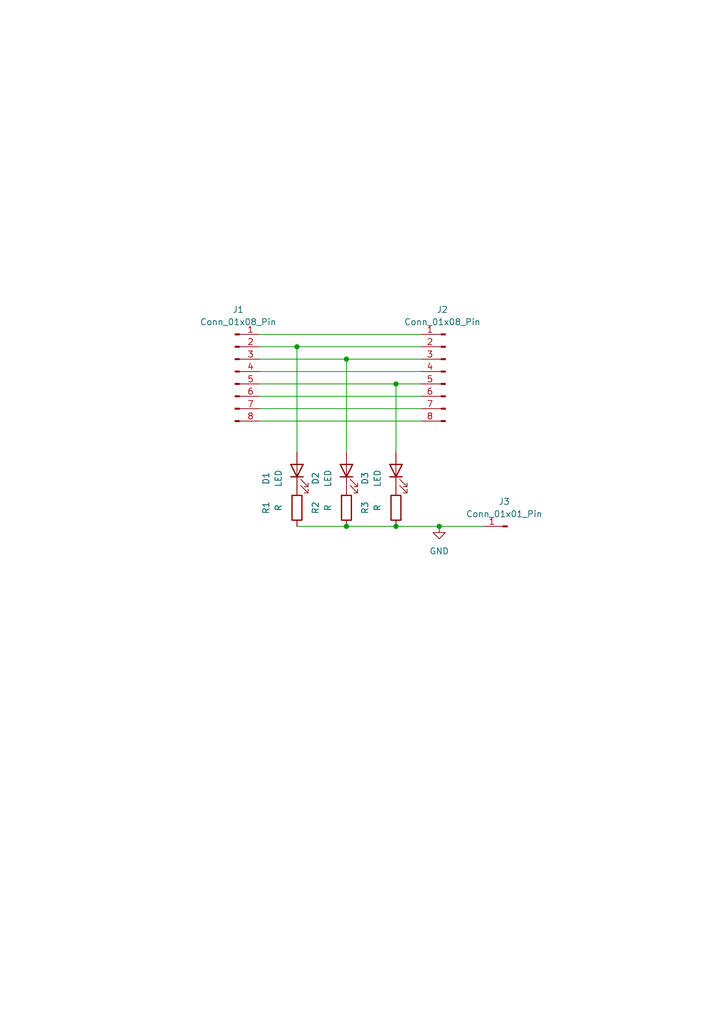
<source format=kicad_sch>
(kicad_sch (version 20231120) (generator "eeschema") (generator_version "8.0")
  (paper "A5" portrait)
  (title_block (title "Hall Tester (with passthrough)") (date "2025-01-04") (rev "1.0") (company "Saitis.net & engrenage.ch") (comment 1 "JCZD"))
  (lib_symbols
    (symbol "Connector:Conn_01x01_Pin" (pin_names (offset 1.016) hide)
      (property "Reference" "J" (at 0 2.54 0))
      (property "Value" "Conn_01x01_Pin" (at 0 -2.54 0))
      (symbol "Conn_01x01_Pin_1_1"
        (polyline (pts (xy 1.27 0) (xy 0.8636 0)) (stroke (width 0.1524)))
        (rectangle (start 0.8636 0.127) (end 0 -0.127) (stroke (width 0.1524)) (fill (type outline)))
        (pin passive line (at 5.08 0 180) (length 3.81) (name "Pin_1") (number "1"))
      )
    )
    (symbol "Connector:Conn_01x08_Pin" (pin_names (offset 1.016) hide)
      (property "Reference" "J" (at 0 10.16 0))
      (property "Value" "Conn_01x08_Pin" (at 0 -12.7 0))
      (symbol "Conn_01x08_Pin_1_1"
        (polyline (pts (xy 1.27 -10.16) (xy 0.8636 -10.16)) (stroke (width 0.1524)))
        (polyline (pts (xy 1.27 -7.62) (xy 0.8636 -7.62)) (stroke (width 0.1524)))
        (polyline (pts (xy 1.27 -5.08) (xy 0.8636 -5.08)) (stroke (width 0.1524)))
        (polyline (pts (xy 1.27 -2.54) (xy 0.8636 -2.54)) (stroke (width 0.1524)))
        (polyline (pts (xy 1.27 0) (xy 0.8636 0)) (stroke (width 0.1524)))
        (polyline (pts (xy 1.27 2.54) (xy 0.8636 2.54)) (stroke (width 0.1524)))
        (polyline (pts (xy 1.27 5.08) (xy 0.8636 5.08)) (stroke (width 0.1524)))
        (polyline (pts (xy 1.27 7.62) (xy 0.8636 7.62)) (stroke (width 0.1524)))
        (rectangle (start 0.8636 -10.033) (end 0 -10.287) (stroke (width 0.1524)) (fill (type outline)))
        (rectangle (start 0.8636 -7.493) (end 0 -7.747) (stroke (width 0.1524)) (fill (type outline)))
        (rectangle (start 0.8636 -4.953) (end 0 -5.207) (stroke (width 0.1524)) (fill (type outline)))
        (rectangle (start 0.8636 -2.413) (end 0 -2.667) (stroke (width 0.1524)) (fill (type outline)))
        (rectangle (start 0.8636 0.127) (end 0 -0.127) (stroke (width 0.1524)) (fill (type outline)))
        (rectangle (start 0.8636 2.667) (end 0 2.413) (stroke (width 0.1524)) (fill (type outline)))
        (rectangle (start 0.8636 5.207) (end 0 4.953) (stroke (width 0.1524)) (fill (type outline)))
        (rectangle (start 0.8636 7.747) (end 0 7.493) (stroke (width 0.1524)) (fill (type outline)))
        (pin passive line (at 5.08 7.62 180) (length 3.81) (name "Pin_1") (number "1"))
        (pin passive line (at 5.08 5.08 180) (length 3.81) (name "Pin_2") (number "2"))
        (pin passive line (at 5.08 2.54 180) (length 3.81) (name "Pin_3") (number "3"))
        (pin passive line (at 5.08 0 180) (length 3.81) (name "Pin_4") (number "4"))
        (pin passive line (at 5.08 -2.54 180) (length 3.81) (name "Pin_5") (number "5"))
        (pin passive line (at 5.08 -5.08 180) (length 3.81) (name "Pin_6") (number "6"))
        (pin passive line (at 5.08 -7.62 180) (length 3.81) (name "Pin_7") (number "7"))
        (pin passive line (at 5.08 -10.16 180) (length 3.81) (name "Pin_8") (number "8"))
      )
    )
    (symbol "Device:LED" (pin_numbers hide) (pin_names (offset 1.016) hide)
      (property "Reference" "D" (at 0 2.54 0))
      (property "Value" "LED" (at 0 -2.54 0))
      (symbol "LED_0_1"
        (polyline (pts (xy -1.27 -1.27) (xy -1.27 1.27)) (stroke (width 0.254)))
        (polyline (pts (xy -1.27 0) (xy 1.27 0)))
        (polyline (pts (xy 1.27 -1.27) (xy 1.27 1.27) (xy -1.27 0) (xy 1.27 -1.27)) (stroke (width 0.254)))
        (polyline (pts (xy -3.048 -0.762) (xy -4.572 -2.286) (xy -3.81 -2.286) (xy -4.572 -2.286) (xy -4.572 -1.524)))
        (polyline (pts (xy -1.778 -0.762) (xy -3.302 -2.286) (xy -2.54 -2.286) (xy -3.302 -2.286) (xy -3.302 -1.524)))
      )
      (symbol "LED_1_1"
        (pin passive line (at -3.81 0 0) (length 2.54) (name "K") (number "1"))
        (pin passive line (at 3.81 0 180) (length 2.54) (name "A") (number "2"))
      )
    )
    (symbol "Device:R" (pin_numbers hide) (pin_names (offset 0))
      (property "Reference" "R" (at 2.032 0 90))
      (property "Value" "R" (at 0 0 90))
      (symbol "R_0_1"
        (rectangle (start -1.016 -2.54) (end 1.016 2.54) (stroke (width 0.254)))
      )
      (symbol "R_1_1"
        (pin passive line (at 0 3.81 270) (length 1.27) (name "~") (number "1"))
        (pin passive line (at 0 -3.81 90) (length 1.27) (name "~") (number "2"))
      )
    )
    (symbol "power:GND" (power) (pin_numbers hide) (pin_names (offset 0) hide)
      (property "Value" "GND" (at 0 -3.81 0))
      (symbol "GND_0_1"
        (polyline (pts (xy 0 0) (xy 0 -1.27) (xy 1.27 -1.27) (xy 0 -2.54) (xy -1.27 -1.27) (xy 0 -1.27)))
      )
      (symbol "GND_1_1"
        (pin power_in line (at 0 0 270) (length 0) (name "~") (number "1"))
      )
    )
  )
  (junction (at 81.28 107.95))
  (junction (at 71.12 107.95))
  (junction (at 60.96 71.12))
  (junction (at 71.12 73.66))
  (junction (at 81.28 78.74))
  (junction (at 90.17 107.95))
  (wire (pts (xy 60.96 71.12) (xy 60.96 92.71)))
  (wire (pts (xy 81.28 78.74) (xy 86.36 78.74)))
  (wire (pts (xy 71.12 73.66) (xy 86.36 73.66)))
  (wire (pts (xy 53.34 73.66) (xy 71.12 73.66)))
  (wire (pts (xy 53.34 78.74) (xy 81.28 78.74)))
  (wire (pts (xy 60.96 107.95) (xy 71.12 107.95)))
  (wire (pts (xy 81.28 107.95) (xy 90.17 107.95)))
  (wire (pts (xy 53.34 83.82) (xy 86.36 83.82)))
  (wire (pts (xy 53.34 81.28) (xy 86.36 81.28)))
  (wire (pts (xy 53.34 68.58) (xy 86.36 68.58)))
  (wire (pts (xy 71.12 73.66) (xy 71.12 92.71)))
  (wire (pts (xy 53.34 71.12) (xy 60.96 71.12)))
  (wire (pts (xy 71.12 107.95) (xy 81.28 107.95)))
  (wire (pts (xy 53.34 86.36) (xy 86.36 86.36)))
  (wire (pts (xy 60.96 71.12) (xy 86.36 71.12)))
  (wire (pts (xy 90.17 107.95) (xy 99.06 107.95)))
  (wire (pts (xy 53.34 76.2) (xy 86.36 76.2)))
  (wire (pts (xy 81.28 78.74) (xy 81.28 92.71)))
  (symbol (lib_id "Device:LED") (at 81.28 96.52 90) (unit 1)
    (property "Reference" "D3" (at 74.93 98.1075 0))
    (property "Value" "LED" (at 77.47 98.1075 0))
    (property "Footprint" "LED_SMD:LED_Kingbright_APDA3020VBCD" (effects (hide yes)))
    (property "Description" "Light emitting diode" (effects (hide yes)))
  )
  (symbol (lib_id "Connector:Conn_01x08_Pin") (at 91.44 76.2 0) (mirror y) (unit 1)
    (property "Reference" "J2" (at 90.805 63.5 0))
    (property "Value" "Conn_01x08_Pin" (at 90.805 66.04 0))
    (property "Footprint" "robodisk:EdgeHeader-2.54_2x04" (effects (hide yes)))
    (property "Description" "Generic connector, single row, 01x08, script generated" (effects (hide yes)))
  )
  (symbol (lib_id "Connector:Conn_01x01_Pin") (at 104.14 107.95 180) (unit 1)
    (property "Reference" "J3" (at 103.505 102.87 0))
    (property "Value" "Conn_01x01_Pin" (at 103.505 105.41 0))
    (property "Footprint" "Connector_PinHeader_2.54mm:PinHeader_1x01_P2.54mm_Horizontal" (effects (hide yes)))
    (property "Description" "Generic connector, single row, 01x01, script generated" (effects (hide yes)))
  )
  (symbol (lib_id "Device:R") (at 60.96 104.14 180) (unit 1)
    (property "Reference" "R1" (at 54.61 104.14 90))
    (property "Value" "R" (at 57.15 104.14 90))
    (property "Footprint" "Resistor_SMD:R_0805_2012Metric_Pad1.20x1.40mm_HandSolder" (effects (hide yes)))
    (property "Description" "Resistor" (effects (hide yes)))
  )
  (symbol (lib_id "Device:R") (at 81.28 104.14 180) (unit 1)
    (property "Reference" "R3" (at 74.93 104.14 90))
    (property "Value" "R" (at 77.47 104.14 90))
    (property "Footprint" "Resistor_SMD:R_0805_2012Metric_Pad1.20x1.40mm_HandSolder" (effects (hide yes)))
    (property "Description" "Resistor" (effects (hide yes)))
  )
  (symbol (lib_id "Device:R") (at 71.12 104.14 180) (unit 1)
    (property "Reference" "R2" (at 64.77 104.14 90))
    (property "Value" "R" (at 67.31 104.14 90))
    (property "Footprint" "Resistor_SMD:R_0805_2012Metric_Pad1.20x1.40mm_HandSolder" (effects (hide yes)))
    (property "Description" "Resistor" (effects (hide yes)))
  )
  (symbol (lib_id "Device:LED") (at 60.96 96.52 90) (unit 1)
    (property "Reference" "D1" (at 54.61 98.1075 0))
    (property "Value" "LED" (at 57.15 98.1075 0))
    (property "Footprint" "LED_SMD:LED_Kingbright_APDA3020VBCD" (effects (hide yes)))
    (property "Description" "Light emitting diode" (effects (hide yes)))
  )
  (symbol (lib_id "Connector:Conn_01x08_Pin") (at 48.26 76.2 0) (unit 1)
    (property "Reference" "J1" (at 48.895 63.5 0))
    (property "Value" "Conn_01x08_Pin" (at 48.895 66.04 0))
    (property "Footprint" "Connector_PinHeader_2.54mm:PinHeader_2x04_P2.54mm_Horizontal" (effects (hide yes)))
    (property "Description" "Generic connector, single row, 01x08, script generated" (effects (hide yes)))
  )
  (symbol (lib_id "Device:LED") (at 71.12 96.52 90) (unit 1)
    (property "Reference" "D2" (at 64.77 98.1075 0))
    (property "Value" "LED" (at 67.31 98.1075 0))
    (property "Footprint" "LED_SMD:LED_Kingbright_APDA3020VBCD" (effects (hide yes)))
    (property "Description" "Light emitting diode" (effects (hide yes)))
  )
  (symbol (lib_id "power:GND") (at 90.17 107.95 0) (unit 1)
    (property "Reference" "#PWR01" (effects (hide yes)))
    (property "Value" "GND" (at 90.17 113.03 0))
    (property "Description" "Power symbol creates a global label with name \"GND\" , ground" (effects (hide yes)))
  )
)
</source>
